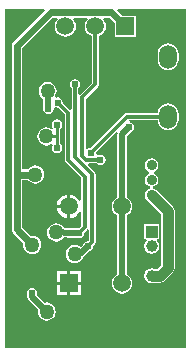
<source format=gbl>
%FSDAX25Y25*%
%MOIN*%
%SFA1B1*%

%IPPOS*%
%ADD23C,0.010000*%
%ADD24C,0.035000*%
%ADD25C,0.012000*%
%ADD28C,0.020000*%
%ADD30C,0.024000*%
%ADD31C,0.035430*%
%ADD32C,0.059050*%
%ADD33R,0.059050X0.059050*%
%ADD34O,0.059050X0.078740*%
%ADD35R,0.059050X0.059050*%
%ADD36C,0.039370*%
%ADD37R,0.039370X0.039370*%
%ADD38C,0.024000*%
%ADD39C,0.048000*%
%ADD40C,0.050000*%
%LNptw_ecu_original-1*%
%LPD*%
G36*
X0176788Y0111204D02*
X0116204D01*
Y0224150*
X0129465*
X0129714Y0223550*
X0119089Y0212926*
X0118714Y0212363*
X0118582Y0211700*
Y0168957*
Y0150551*
X0118714Y0149888*
X0119089Y0149326*
X0122474Y0145941*
X0122407Y0145433*
X0122510Y0144650*
X0122813Y0143920*
X0123293Y0143293*
X0123920Y0142813*
X0124650Y0142510*
X0125433Y0142407*
X0126216Y0142510*
X0126946Y0142813*
X0127573Y0143293*
X0128054Y0143920*
X0128356Y0144650*
X0128459Y0145433*
X0128356Y0146216*
X0128054Y0146946*
X0127573Y0147573*
X0126946Y0148054*
X0126216Y0148356*
X0125433Y0148459*
X0124925Y0148392*
X0122048Y0151269*
Y0167125*
X0123966*
X0124278Y0166719*
X0124904Y0166238*
X0125634Y0165936*
X0126417Y0165832*
X0127200Y0165936*
X0127930Y0166238*
X0128557Y0166719*
X0129038Y0167345*
X0129340Y0168075*
X0129443Y0168858*
X0129340Y0169641*
X0129038Y0170371*
X0128557Y0170998*
X0127930Y0171479*
X0127200Y0171781*
X0126417Y0171884*
X0125634Y0171781*
X0124904Y0171479*
X0124278Y0170998*
X0123966Y0170592*
X0122048*
Y0210982*
X0132253Y0221187*
X0133716*
X0133924Y0220587*
X0133480Y0220009*
X0133132Y0219169*
X0133013Y0218268*
X0133132Y0217366*
X0133480Y0216527*
X0134034Y0215805*
X0134755Y0215252*
X0135595Y0214904*
X0136496Y0214785*
X0137397Y0214904*
X0138237Y0215252*
X0138959Y0215805*
X0139512Y0216527*
X0139860Y0217366*
X0139979Y0218268*
X0139860Y0219169*
X0139512Y0220009*
X0139068Y0220587*
X0139276Y0221187*
X0143716*
X0143924Y0220587*
X0143480Y0220009*
X0143132Y0219169*
X0143014Y0218268*
X0143132Y0217366*
X0143480Y0216527*
X0144034Y0215805*
X0144755Y0215252*
X0145375Y0214995*
Y0199441*
X0141426Y0195493*
X0141000Y0195602*
X0140826Y0195722*
Y0197583*
X0140930Y0197652*
X0141306Y0198215*
X0141438Y0198878*
X0141306Y0199541*
X0140930Y0200104*
X0140368Y0200479*
X0139705Y0200611*
X0139041Y0200479*
X0138479Y0200104*
X0138103Y0199541*
X0137971Y0198878*
X0138103Y0198215*
X0138479Y0197652*
X0138583Y0197583*
Y0190590*
X0137983Y0190375*
X0135607Y0192751*
X0135631Y0192874*
X0135499Y0193537*
X0135123Y0194100*
X0134561Y0194475*
X0133898Y0194607*
X0133397Y0194508*
X0133019Y0194990*
X0133016Y0194997*
X0133172Y0195200*
X0133474Y0195929*
X0133577Y0196713*
X0133474Y0197496*
X0133172Y0198225*
X0132691Y0198852*
X0132064Y0199333*
X0131334Y0199635*
X0130551Y0199739*
X0129768Y0199635*
X0129038Y0199333*
X0128412Y0198852*
X0127931Y0198225*
X0127628Y0197496*
X0127525Y0196713*
X0127628Y0195929*
X0127931Y0195200*
X0128412Y0194573*
X0129022Y0194105*
Y0191102*
X0129138Y0190517*
X0129185Y0190448*
X0129245Y0190144*
X0129621Y0189582*
X0130183Y0189206*
X0130847Y0189074*
X0131510Y0189206*
X0132072Y0189582*
X0132448Y0190144*
X0132580Y0190807*
X0132538Y0191016*
X0133078Y0191377*
X0133234Y0191273*
X0133898Y0191141*
X0134020Y0191165*
X0136221Y0188965*
Y0173681*
X0136306Y0173252*
X0136549Y0172888*
X0141733Y0167705*
Y0160239*
X0141133Y0160120*
X0141091Y0160222*
X0140457Y0161047*
X0139631Y0161681*
X0138670Y0162079*
X0138138Y0162149*
Y0158228*
Y0154307*
X0138670Y0154377*
X0139631Y0154776*
X0140457Y0155409*
X0141091Y0156235*
X0141133Y0156337*
X0141733Y0156218*
Y0151705*
X0141107Y0151079*
X0140984Y0151103*
X0140321Y0150971*
X0140213Y0150900*
X0138260*
X0136064Y0150989*
X0136026Y0151080*
X0135545Y0151707*
X0134918Y0152187*
X0134189Y0152490*
X0133405Y0152593*
X0132622Y0152490*
X0131893Y0152187*
X0131266Y0151707*
X0130785Y0151080*
X0130483Y0150350*
X0130380Y0149567*
X0130483Y0148784*
X0130785Y0148054*
X0131266Y0147427*
X0131893Y0146946*
X0132622Y0146644*
X0133405Y0146541*
X0134189Y0146644*
X0134918Y0146946*
X0135545Y0147427*
X0135933Y0147933*
X0138166Y0147842*
X0138197Y0147847*
X0138228Y0147841*
X0140213*
X0140321Y0147769*
X0140984Y0147637*
X0141648Y0147769*
X0142210Y0148144*
X0142586Y0148707*
X0142718Y0149370*
X0142693Y0149493*
X0143647Y0150447*
X0143719Y0150554*
X0144319Y0150372*
Y0147144*
X0143937Y0146674*
X0143274Y0146542*
X0142711Y0146167*
X0142336Y0145604*
X0142310Y0145477*
X0141525Y0144691*
X0141119Y0145002*
X0140390Y0145305*
X0139606Y0145408*
X0138823Y0145305*
X0138093Y0145002*
X0137467Y0144521*
X0136986Y0143895*
X0136683Y0143165*
X0136580Y0142382*
X0136683Y0141599*
X0136986Y0140869*
X0137467Y0140242*
X0138093Y0139761*
X0138823Y0139459*
X0139606Y0139356*
X0140390Y0139459*
X0141119Y0139761*
X0141746Y0140242*
X0142227Y0140869*
X0142385Y0141251*
X0142459Y0141300*
X0144473Y0143314*
X0144600Y0143340*
X0145163Y0143715*
X0145538Y0144278*
X0145670Y0144941*
X0145646Y0145064*
X0146233Y0145651*
X0146476Y0146015*
X0146562Y0146444*
Y0169028*
X0146476Y0169457*
X0146233Y0169821*
X0144049Y0172005*
X0144279Y0172559*
X0146940*
X0146944Y0172554*
X0147506Y0172178*
X0148169Y0172046*
X0148833Y0172178*
X0149395Y0172554*
X0149771Y0173116*
X0149903Y0173779*
X0149771Y0174443*
X0149395Y0175005*
X0148833Y0175381*
X0148169Y0175513*
X0147506Y0175381*
X0147254Y0175213*
X0147042Y0175250*
X0147036Y0175252*
X0146612Y0175927*
X0146655Y0176142*
X0146630Y0176265*
X0153421Y0183055*
X0153496Y0183023*
X0153916Y0182702*
X0153825Y0182244*
Y0161332*
X0153613Y0161244*
X0152892Y0160691*
X0152338Y0159970*
X0151990Y0159130*
X0151872Y0158228*
X0151990Y0157327*
X0152338Y0156487*
X0152892Y0155766*
X0153613Y0155212*
X0153825Y0155125*
Y0135741*
X0153613Y0135654*
X0152892Y0135100*
X0152338Y0134379*
X0151990Y0133539*
X0151872Y0132638*
X0151990Y0131736*
X0152338Y0130896*
X0152892Y0130175*
X0153613Y0129622*
X0154453Y0129274*
X0155354Y0129155*
X0156256Y0129274*
X0157096Y0129622*
X0157817Y0130175*
X0158370Y0130896*
X0158718Y0131736*
X0158837Y0132638*
X0158718Y0133539*
X0158370Y0134379*
X0157817Y0135100*
X0157096Y0135654*
X0156884Y0135741*
Y0155125*
X0157096Y0155212*
X0157817Y0155766*
X0158370Y0156487*
X0158718Y0157327*
X0158837Y0158228*
X0158718Y0159130*
X0158370Y0159970*
X0157817Y0160691*
X0157096Y0161244*
X0156884Y0161332*
Y0181611*
X0158253Y0182980*
X0158380Y0183005*
X0158942Y0183381*
X0159318Y0183943*
X0159450Y0184606*
X0159318Y0185270*
X0158942Y0185832*
X0158380Y0186208*
X0158007Y0186282*
X0157689Y0186879*
X0157687Y0186911*
X0157783Y0187067*
X0167244*
X0167345Y0186303*
X0167693Y0185463*
X0168246Y0184742*
X0168967Y0184189*
X0169807Y0183841*
X0170709Y0183722*
X0171610Y0183841*
X0172450Y0184189*
X0173171Y0184742*
X0173725Y0185463*
X0174073Y0186303*
X0174191Y0187205*
Y0189173*
X0174073Y0190075*
X0173725Y0190914*
X0173171Y0191636*
X0172450Y0192189*
X0171610Y0192537*
X0170709Y0192656*
X0169807Y0192537*
X0168967Y0192189*
X0168246Y0191636*
X0167693Y0190914*
X0167345Y0190075*
X0167244Y0189311*
X0156968*
X0156539Y0189225*
X0156175Y0188982*
X0145044Y0177851*
X0144921Y0177875*
X0144258Y0177743*
X0143832Y0177458*
X0143360Y0177626*
X0143232Y0177724*
Y0194126*
X0147289Y0198183*
X0147532Y0198547*
X0147618Y0198976*
Y0214995*
X0148237Y0215252*
X0148959Y0215805*
X0149512Y0216527*
X0149860Y0217366*
X0149979Y0218268*
X0149860Y0219169*
X0149512Y0220009*
X0149068Y0220587*
X0149276Y0221187*
X0151125*
X0153043Y0219269*
Y0214815*
X0159949*
Y0221721*
X0155495*
X0153665Y0223550*
X0153913Y0224150*
X0176788*
Y0111204*
G37*
%LNptw_ecu_original-2*%
%LPC*%
G36*
X0137138Y0136591D02*
X0133685D01*
Y0133138*
X0137138*
Y0136591*
G37*
G36*
X0141590D02*
X0138138D01*
Y0133138*
X0141590*
Y0136591*
G37*
G36*
Y0132138D02*
X0138138D01*
Y0128685*
X0141590*
Y0132138*
G37*
G36*
X0125335Y0131025D02*
X0124671Y0130893D01*
X0124109Y0130517*
X0123733Y0129955*
X0123601Y0129291*
X0123733Y0128628*
X0123805Y0128520*
Y0128110*
X0123922Y0127525*
X0124253Y0127029*
X0127330Y0123952*
X0127230Y0123189*
X0127333Y0122406*
X0127635Y0121676*
X0128116Y0121049*
X0128743Y0120569*
X0129473Y0120266*
X0130256Y0120163*
X0131039Y0120266*
X0131769Y0120569*
X0132396Y0121049*
X0132876Y0121676*
X0133179Y0122406*
X0133282Y0123189*
X0133179Y0123972*
X0132876Y0124702*
X0132396Y0125329*
X0131769Y0125810*
X0131039Y0126112*
X0130256Y0126215*
X0129493Y0126114*
X0126943Y0128665*
X0127068Y0129291*
X0126936Y0129955*
X0126560Y0130517*
X0125998Y0130893*
X0125335Y0131025*
G37*
G36*
X0137138Y0132138D02*
X0133685D01*
Y0128685*
X0137138*
Y0132138*
G37*
G36*
X0165197Y0174324D02*
X0164311Y0174148D01*
X0163559Y0173646*
X0163057Y0172894*
X0162881Y0172008*
X0163057Y0171122*
X0163559Y0170370*
X0164311Y0169868*
X0164385Y0169853*
Y0169241*
X0164311Y0169226*
X0163559Y0168724*
X0163057Y0167973*
X0162881Y0167087*
X0163057Y0166200*
X0163559Y0165449*
X0164311Y0164947*
X0164633Y0164883*
Y0164271*
X0164311Y0164207*
X0163559Y0163705*
X0163057Y0162953*
X0162881Y0162067*
X0163057Y0161181*
X0163559Y0160429*
X0163653Y0160366*
X0168415Y0155605*
Y0138805*
X0167002Y0137392*
X0166207*
X0166160Y0137424*
X0165197Y0137615*
X0164234Y0137424*
X0163417Y0136878*
X0162872Y0136062*
X0162680Y0135098*
X0162872Y0134135*
X0163417Y0133319*
X0164234Y0132773*
X0165197Y0132582*
X0166160Y0132773*
X0166207Y0132804*
X0167953*
X0168831Y0132979*
X0169575Y0133476*
X0172331Y0136232*
X0172828Y0136976*
X0173003Y0137854*
Y0156555*
X0172828Y0157433*
X0172331Y0158177*
X0166897Y0163611*
X0166835Y0163705*
X0166083Y0164207*
X0165761Y0164271*
Y0164883*
X0166083Y0164947*
X0166835Y0165449*
X0167337Y0166200*
X0167513Y0167087*
X0167337Y0167973*
X0166835Y0168724*
X0166083Y0169226*
X0166008Y0169241*
Y0169853*
X0166083Y0169868*
X0166835Y0170370*
X0167337Y0171122*
X0167513Y0172008*
X0167337Y0172894*
X0166835Y0173646*
X0166083Y0174148*
X0165197Y0174324*
G37*
G36*
X0133701Y0187225D02*
X0133037Y0187093D01*
X0132475Y0186718*
X0132099Y0186155*
X0131967Y0185492*
X0132099Y0184829*
X0132410Y0184365*
X0131966Y0183949*
X0131670Y0184176*
X0130941Y0184478*
X0130157Y0184581*
X0129374Y0184478*
X0128645Y0184176*
X0128018Y0183695*
X0127537Y0183068*
X0127235Y0182338*
X0127132Y0181555*
X0127235Y0180772*
X0127537Y0180042*
X0128018Y0179416*
X0128645Y0178935*
X0129374Y0178632*
X0130157Y0178529*
X0130941Y0178632*
X0131670Y0178935*
X0131831Y0179058*
X0132274Y0178642*
X0132099Y0178380*
X0131967Y0177717*
X0132099Y0177053*
X0132475Y0176491*
X0133037Y0176115*
X0133701Y0175983*
X0134364Y0176115*
X0134926Y0176491*
X0135302Y0177053*
X0135434Y0177717*
X0135302Y0178380*
X0134926Y0178942*
X0134720Y0179080*
Y0181555*
Y0184129*
X0134926Y0184266*
X0135302Y0184829*
X0135434Y0185492*
X0135302Y0186155*
X0134926Y0186718*
X0134364Y0187093*
X0133701Y0187225*
G37*
G36*
X0170709Y0212656D02*
X0169807Y0212537D01*
X0168967Y0212189*
X0168246Y0211636*
X0167693Y0210914*
X0167345Y0210075*
X0167226Y0209173*
Y0207205*
X0167345Y0206303*
X0167693Y0205464*
X0168246Y0204742*
X0168967Y0204189*
X0169807Y0203841*
X0170709Y0203722*
X0171610Y0203841*
X0172450Y0204189*
X0173171Y0204742*
X0173725Y0205464*
X0174073Y0206303*
X0174191Y0207205*
Y0209173*
X0174073Y0210075*
X0173725Y0210914*
X0173171Y0211636*
X0172450Y0212189*
X0171610Y0212537*
X0170709Y0212656*
G37*
G36*
X0137138Y0162149D02*
X0136606Y0162079D01*
X0135644Y0161681*
X0134819Y0161047*
X0134185Y0160222*
X0133787Y0159260*
X0133717Y0158728*
X0137138*
Y0162149*
G37*
G36*
X0167665Y0152331D02*
X0162728D01*
Y0147394*
X0163345*
X0163526Y0146794*
X0163417Y0146721*
X0162872Y0145904*
X0162680Y0144941*
X0162872Y0143978*
X0163417Y0143161*
X0164234Y0142616*
X0165197Y0142424*
X0166160Y0142616*
X0166976Y0143161*
X0167522Y0143978*
X0167714Y0144941*
X0167522Y0145904*
X0166976Y0146721*
X0166867Y0146794*
X0167049Y0147394*
X0167665*
Y0152331*
G37*
G36*
X0137138Y0157728D02*
X0133717D01*
X0133787Y0157196*
X0134185Y0156235*
X0134819Y0155409*
X0135644Y0154776*
X0136606Y0154377*
X0137138Y0154307*
Y0157728*
G37*
%LNptw_ecu_original-3*%
%LPD*%
G54D23*
X0133701Y0181555D02*
Y0185492D01*
Y0177717D02*
Y0181555D01*
X0130157D02*
X0133701D01*
G54D24*
X0165197Y0162067D02*
X0170709Y0156555D01*
Y0137854D02*
Y0156555D01*
X0167953Y0135098D02*
X0170709Y0137854D01*
X0165197Y0135098D02*
X0167953D01*
G54D25*
X0142854Y0151240D02*
Y0168169D01*
X0133898Y0192874D02*
X0137343Y0189429D01*
Y0173681D02*
X0142854Y0168169D01*
X0137343Y0173681D02*
Y0189429D01*
X0139705Y0174764D02*
Y0198878D01*
Y0174764D02*
X0145440Y0169028D01*
X0148071Y0173681D02*
X0148169Y0173779D01*
X0143445Y0173681D02*
X0148071D01*
X0142110Y0175016D02*
X0143445Y0173681D01*
X0146496Y0198976D02*
Y0218268D01*
X0142110Y0175016D02*
Y0194591D01*
X0146496Y0198976*
X0156968Y0188189D02*
X0170709D01*
X0144921Y0176142D02*
X0156968Y0188189D01*
X0145440Y0146444D02*
Y0169028D01*
X0143937Y0144941D02*
X0145440Y0146444D01*
X0140984Y0149370D02*
X0142854Y0151240D01*
G54D28*
X0125335Y0128110D02*
Y0129291D01*
Y0128110D02*
X0130256Y0123189D01*
X0141378Y0142382D02*
X0143937Y0144941D01*
X0139606Y0142382D02*
X0141378D01*
X0138228Y0149370D02*
X0140984D01*
X0133405Y0149567D02*
X0138228Y0149370D01*
X0130551Y0191102D02*
Y0196713D01*
Y0191102D02*
X0130847Y0190807D01*
X0155354Y0158228D02*
Y0182244D01*
X0157717Y0184606*
X0155354Y0132638D02*
Y0158228D01*
G54D30*
X0131535Y0222920D02*
X0151843D01*
X0120315Y0168957D02*
Y0211700D01*
X0131535Y0222920*
X0120315Y0150551D02*
Y0168957D01*
X0120413Y0168858*
X0126417*
X0120315Y0150551D02*
X0125433Y0145433D01*
X0151843Y0222920D02*
X0156496Y0218268D01*
G54D31*
X0165197Y0167087D03*
Y0172008D03*
Y0162067D03*
G54D32*
X0155354Y0132638D03*
Y0158228D03*
X0137638D03*
X0136496Y0218268D03*
X0146496D03*
G54D33*
X0137638Y0132638D03*
G54D34*
X0170709Y0188189D03*
Y0208189D03*
Y0198189D03*
G54D35*
X0156496Y0218268D03*
G54D36*
X0165197Y0135098D03*
Y0140020D03*
Y0144941D03*
G54D37*
X0165197Y0149862D03*
G54D38*
X0121693Y0219252D03*
X0119331Y0144449D03*
X0163130Y0156457D03*
X0159390Y0140020D03*
X0155059Y0126732D03*
X0119035Y0133425D03*
X0125335Y0129291D03*
X0172972Y0218858D03*
X0156535Y0210000D03*
X0126811Y0212953D03*
X0127795Y0159902D03*
X0123858Y0185492D03*
X0132520Y0203504D03*
X0134488Y0167185D03*
X0146299Y0135591D03*
X0119134Y0114921D03*
X0132323Y0114823D03*
X0146595Y0115610D03*
X0161457Y0114724D03*
X0174055D03*
X0169134Y0178405D03*
X0159390Y0174665D03*
X0149547Y0153898D03*
X0132028Y0141693D03*
X0140984Y0149370D03*
X0143937Y0144941D03*
X0130847Y0190807D03*
X0139705Y0198878D03*
X0133898Y0192874D03*
X0157717Y0184606D03*
X0148169Y0173779D03*
X0144921Y0176142D03*
X0133701Y0177717D03*
Y0185492D03*
G54D39*
X0145610Y0188150D03*
G54D40*
X0130157Y0181555D03*
X0130256Y0123189D03*
X0167264Y0116693D03*
X0133405Y0149567D03*
X0139606Y0142382D03*
X0130551Y0196713D03*
X0126417Y0168858D03*
X0125433Y0145433D03*
M02*
</source>
